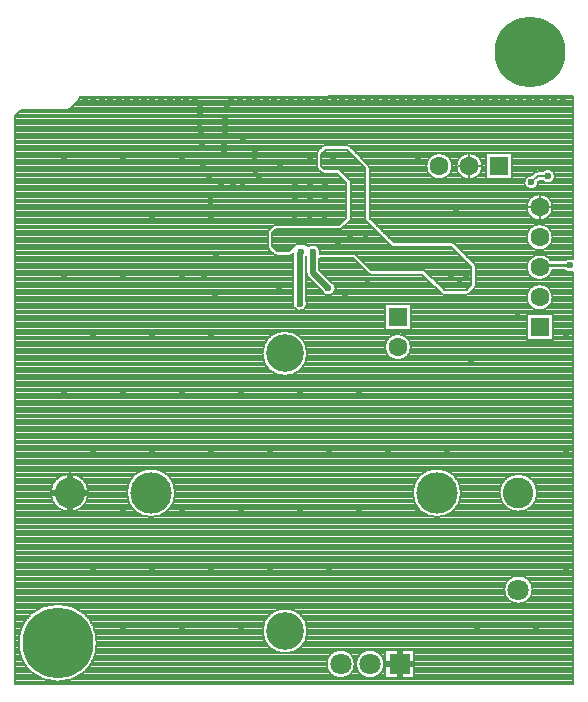
<source format=gbl>
G04*
G04 #@! TF.GenerationSoftware,Altium Limited,Altium Designer,18.1.9 (240)*
G04*
G04 Layer_Physical_Order=2*
G04 Layer_Color=16711680*
%FSLAX24Y24*%
%MOIN*%
G70*
G01*
G75*
%ADD12C,0.0098*%
%ADD13C,0.0079*%
%ADD19C,0.0197*%
%ADD66C,0.0630*%
%ADD67R,0.0630X0.0630*%
%ADD68R,0.0630X0.0630*%
%ADD69C,0.0709*%
%ADD70C,0.1378*%
%ADD71C,0.1024*%
%ADD72R,0.0709X0.0709*%
%ADD73C,0.2362*%
%ADD74C,0.1260*%
%ADD75C,0.0236*%
D12*
X9675Y13730D02*
Y14567D01*
X17638Y14051D02*
X17701Y14114D01*
X18642D01*
D13*
X18150Y17087D02*
G03*
X17737Y17244I-236J0D01*
G01*
Y16929D02*
G03*
X18150Y17087I176J157D01*
G01*
X17569Y17244D02*
G03*
X17458Y17198I0J-157D01*
G01*
X17569Y17244D02*
G03*
X17457Y17198I0J-157D01*
G01*
X17375Y17116D02*
G03*
X17598Y16880I-13J-236D01*
G01*
X18071Y16051D02*
G03*
X18071Y16051I-433J0D01*
G01*
X18740Y14329D02*
G03*
X18475Y14281I-98J-215D01*
G01*
Y13947D02*
G03*
X18740Y13899I167J167D01*
G01*
X18071Y15051D02*
G03*
X18071Y15051I-433J0D01*
G01*
X15728Y17421D02*
G03*
X15728Y17421I-433J0D01*
G01*
X14728D02*
G03*
X14728Y17421I-433J0D01*
G01*
X11312Y18084D02*
G03*
X11201Y18130I-111J-111D01*
G01*
X11312Y18084D02*
G03*
X11201Y18130I-112J-111D01*
G01*
X10502D02*
G03*
X10391Y18084I0J-157D01*
G01*
X10502Y18130D02*
G03*
X10390Y18084I0J-157D01*
G01*
X10253Y17946D02*
G03*
X10207Y17835I111J-112D01*
G01*
X10253Y17946D02*
G03*
X10207Y17835I111J-111D01*
G01*
X11968Y17362D02*
G03*
X11922Y17474I-157J0D01*
G01*
X11968Y17362D02*
G03*
X11922Y17474I-157J0D01*
G01*
X10207Y17421D02*
G03*
X10253Y17310I157J0D01*
G01*
X10341Y17222D02*
G03*
X10453Y17175I112J111D01*
G01*
X10207Y17421D02*
G03*
X10253Y17310I157J0D01*
G01*
X15512Y14065D02*
G03*
X15465Y14177I-157J0D01*
G01*
X14806Y14836D02*
G03*
X14695Y14882I-111J-111D01*
G01*
X14806Y14836D02*
G03*
X14695Y14882I-112J-111D01*
G01*
X15512Y14065D02*
G03*
X15466Y14176I-157J0D01*
G01*
X10341Y17221D02*
G03*
X10453Y17175I111J111D01*
G01*
X11916Y13855D02*
G03*
X12028Y13809I112J111D01*
G01*
X11916Y13855D02*
G03*
X12028Y13809I111J111D01*
G01*
X9862Y13868D02*
G03*
X9926Y13715I217J0D01*
G01*
X18005Y14281D02*
G03*
X18058Y13947I-367J-230D01*
G01*
X18071Y13051D02*
G03*
X18071Y13051I-433J0D01*
G01*
X17559Y6535D02*
G03*
X17559Y6535I-630J0D01*
G01*
X17402Y3307D02*
G03*
X17402Y3307I-472J0D01*
G01*
D02*
G03*
X17402Y3307I-472J0D01*
G01*
X15466Y13343D02*
G03*
X15512Y13455I-111J111D01*
G01*
X15465Y13343D02*
G03*
X15512Y13455I-111J112D01*
G01*
X14377Y13166D02*
G03*
X14488Y13120I112J111D01*
G01*
X15177D02*
G03*
X15289Y13166I0J157D01*
G01*
X15177Y13120D02*
G03*
X15289Y13166I0J157D01*
G01*
X14377D02*
G03*
X14488Y13120I111J111D01*
G01*
X15020Y6535D02*
G03*
X15020Y6535I-807J0D01*
G01*
D02*
G03*
X15020Y6535I-807J0D01*
G01*
X10837Y13346D02*
G03*
X10687Y13566I-236J0D01*
G01*
X10381Y13260D02*
G03*
X10837Y13346I220J86D01*
G01*
X13346Y11392D02*
G03*
X13346Y11392I-433J0D01*
G01*
X12461Y827D02*
G03*
X12461Y827I-472J0D01*
G01*
X11476D02*
G03*
X11476Y827I-472J0D01*
G01*
X8858Y15472D02*
G03*
X8747Y15426I0J-157D01*
G01*
X8858Y15472D02*
G03*
X8747Y15426I0J-157D01*
G01*
X8619Y15298D02*
G03*
X8573Y15187I111J-111D01*
G01*
X8619Y15299D02*
G03*
X8573Y15187I111J-112D01*
G01*
X2277Y19623D02*
G03*
X2323Y19734I-111J111D01*
G01*
X2277Y19623D02*
G03*
X2323Y19734I-111J112D01*
G01*
X1890Y19301D02*
G03*
X2001Y19347I0J157D01*
G01*
X1890Y19301D02*
G03*
X2001Y19347I0J157D01*
G01*
X9291Y14439D02*
G03*
X9403Y14485I0J157D01*
G01*
X9291Y14439D02*
G03*
X9403Y14485I0J157D01*
G01*
X8573Y14754D02*
G03*
X8619Y14643I157J0D01*
G01*
X8573Y14754D02*
G03*
X8619Y14642I157J0D01*
G01*
X8776Y14485D02*
G03*
X8888Y14439I111J111D01*
G01*
X8776Y14485D02*
G03*
X8888Y14439I112J111D01*
G01*
X9862Y13868D02*
G03*
X9926Y13715I217J0D01*
G01*
X9882Y12835D02*
G03*
X9862Y12929I-236J0D01*
G01*
X9429D02*
G03*
X9882Y12835I217J-94D01*
G01*
X9892Y11181D02*
G03*
X9892Y11181I-748J0D01*
G01*
D02*
G03*
X9892Y11181I-748J0D01*
G01*
X5492Y6535D02*
G03*
X5492Y6535I-807J0D01*
G01*
D02*
G03*
X5492Y6535I-807J0D01*
G01*
X9900Y1929D02*
G03*
X9900Y1929I-748J0D01*
G01*
D02*
G03*
X9900Y1929I-748J0D01*
G01*
X2598Y6535D02*
G03*
X2598Y6535I-630J0D01*
G01*
X2874Y1535D02*
G03*
X2874Y1535I-1299J0D01*
G01*
X10315Y14567D02*
G03*
X9922Y14744I-236J0D01*
G01*
X10307Y14508D02*
G03*
X10315Y14567I-229J59D01*
G01*
X18090Y17244D02*
X18740D01*
X18136Y17165D02*
X18740D01*
X17919Y17323D02*
X18740D01*
X18150Y17087D02*
X18740D01*
X18136Y17008D02*
X18740D01*
X18089Y16929D02*
X18740D01*
X17569Y17244D02*
X17737D01*
X17634Y16929D02*
X17737D01*
X17634Y16929D02*
X17737D01*
X17598Y16893D02*
X17634Y16929D01*
X17597Y16850D02*
X18740D01*
X17790Y16457D02*
X18740D01*
X17572Y16772D02*
X18740D01*
X17506Y16693D02*
X18740D01*
X17993Y16299D02*
X18740D01*
X18036Y16220D02*
X18740D01*
X17922Y16378D02*
X18740D01*
X18061Y16142D02*
X18740D01*
Y14329D02*
Y19754D01*
X17638Y16051D02*
Y16445D01*
X18071Y16063D02*
X18740D01*
X17638Y15657D02*
Y16051D01*
X18031D01*
X11443Y17953D02*
X18740D01*
X11522Y17874D02*
X18740D01*
X11277Y18110D02*
X18740D01*
X11365Y18031D02*
X18740D01*
X16728Y17716D02*
X18740D01*
X16728Y17638D02*
X18740D01*
X16728Y17795D02*
X18740D01*
X16728Y17480D02*
X18740D01*
X16728Y17401D02*
X18740D01*
X16728Y17559D02*
X18740D01*
X16728Y17323D02*
X17908D01*
X16728Y17244D02*
X17564D01*
X11968Y16614D02*
X18740D01*
X11968Y16535D02*
X18740D01*
X17244Y16051D02*
X17638D01*
X11968Y16457D02*
X17486D01*
X16728Y17165D02*
X17425D01*
X17375Y17116D02*
X17457Y17198D01*
X16728Y17087D02*
X17248D01*
X11968Y16299D02*
X17283D01*
X11968Y16220D02*
X17239D01*
X11968Y16378D02*
X17354D01*
X18046Y15197D02*
X18740D01*
X18066Y15118D02*
X18740D01*
X17947Y15354D02*
X18740D01*
X18008Y15276D02*
X18740D01*
X18071Y15039D02*
X18740D01*
X18061Y14961D02*
X18740D01*
X18036Y14882D02*
X18740D01*
X18066Y15984D02*
X18740D01*
X18046Y15905D02*
X18740D01*
X18008Y15827D02*
X18740D01*
X17947Y15748D02*
X18740D01*
X17842Y15433D02*
X18740D01*
X17842Y15669D02*
X18740D01*
X17993Y14803D02*
X18740D01*
X17922Y14724D02*
X18740D01*
X17790Y14646D02*
X18740D01*
X18025Y13858D02*
X18740D01*
X17881Y14409D02*
X18740D01*
X18005Y14281D02*
X18475D01*
X17969Y14331D02*
X18547D01*
X18058Y13947D02*
X18475D01*
X18056Y13937D02*
X18486D01*
X17975Y13779D02*
X18740D01*
X12073Y15590D02*
X18740D01*
X12152Y15512D02*
X18740D01*
X11968Y15748D02*
X17329D01*
X11994Y15669D02*
X17434D01*
X12309Y15354D02*
X17328D01*
X14918Y14724D02*
X17354D01*
X12231Y15433D02*
X17433D01*
X11968Y15827D02*
X17267D01*
X12388Y15276D02*
X17267D01*
X11968Y15905D02*
X17230D01*
X14700Y14882D02*
X17239D01*
X14839Y14803D02*
X17283D01*
X12467Y15197D02*
X17230D01*
X15075Y14567D02*
X18740D01*
X14996Y14646D02*
X17486D01*
X15233Y14409D02*
X17394D01*
X15512Y13701D02*
X17383D01*
X15154Y14488D02*
X18740D01*
X15390Y14252D02*
X17254D01*
X15469Y14173D02*
X17222D01*
X15311Y14331D02*
X17307D01*
X15512Y13858D02*
X17250D01*
X15512Y13779D02*
X17301D01*
X15512Y13937D02*
X17220D01*
X15862Y17854D02*
X16728D01*
X15670Y17638D02*
X15862D01*
X15514Y17795D02*
X15862D01*
X15612Y17716D02*
X15862D01*
X15706Y17559D02*
X15862D01*
X15724Y17480D02*
X15862D01*
X15295Y17421D02*
X15689D01*
X14612Y17716D02*
X14978D01*
X14670Y17638D02*
X14920D01*
X14514Y17795D02*
X15077D01*
X14724Y17480D02*
X14866D01*
X14902Y17421D02*
X15295D01*
X14706Y17559D02*
X14885D01*
X15862Y16988D02*
Y17854D01*
X16728Y16988D02*
Y17854D01*
X15728Y17401D02*
X15862D01*
X15717Y17323D02*
X15862D01*
X15690Y17244D02*
X15862D01*
X15295Y17421D02*
Y17815D01*
Y17028D02*
Y17421D01*
X14728Y17401D02*
X14863D01*
X14717Y17323D02*
X14874D01*
X14690Y17244D02*
X14900D01*
X11601Y17795D02*
X14077D01*
X11679Y17716D02*
X13978D01*
X11837Y17559D02*
X13885D01*
X11916Y17480D02*
X13866D01*
X11758Y17638D02*
X13920D01*
X10502Y18130D02*
X11201D01*
X10253Y17946D02*
X10390Y18084D01*
X11964Y17401D02*
X13863D01*
X11968Y17323D02*
X13874D01*
X11968Y17244D02*
X13900D01*
X11968Y15695D02*
Y17362D01*
X11312Y18084D02*
X11922Y17474D01*
X10207Y17421D02*
Y17835D01*
X10253Y17310D02*
X10341Y17222D01*
X16728Y17008D02*
X17164D01*
X15862Y16988D02*
X16728D01*
X11968Y16929D02*
X17131D01*
X11968Y16850D02*
X17128D01*
X11968Y16063D02*
X17205D01*
X11968Y15984D02*
X17210D01*
X11968Y16142D02*
X17214D01*
X15645Y17165D02*
X15862D01*
X15570Y17087D02*
X15862D01*
X14645Y17165D02*
X14946D01*
X14570Y17087D02*
X15020D01*
X15424Y17008D02*
X15862D01*
X14424D02*
X15166D01*
X12624Y15039D02*
X17205D01*
X12703Y14961D02*
X17214D01*
X12546Y15118D02*
X17210D01*
X15509Y14094D02*
X17207D01*
X15512Y14016D02*
X17206D01*
X12782Y14882D02*
X14695D01*
X14806Y14836D02*
X15465Y14177D01*
X12028Y13809D02*
X13734D01*
X11968Y17008D02*
X14166D01*
X11968Y16772D02*
X17152D01*
X11968Y17165D02*
X13946D01*
X11968Y17087D02*
X14020D01*
X11968Y16693D02*
X17218D01*
X11968Y15695D02*
X12782Y14882D01*
X10295Y14331D02*
X11441D01*
X10453Y17175D02*
X10880D01*
X11191Y16864D01*
Y15705D02*
Y16864D01*
X10958Y15472D02*
X11191Y15705D01*
X10307Y14350D02*
X11421D01*
X10395Y13858D02*
X11913D01*
X11421Y14350D02*
X11916Y13855D01*
X10316Y13937D02*
X11834D01*
X10474Y13779D02*
X13764D01*
X10295Y14252D02*
X11519D01*
X10295Y14173D02*
X11598D01*
X10295Y13958D02*
Y14351D01*
Y14094D02*
X11677D01*
X10295Y14016D02*
X11756D01*
X18070Y13071D02*
X18740D01*
X18067Y12992D02*
X18740D01*
X18060Y13150D02*
X18740D01*
X18048Y12913D02*
X18740D01*
X18013Y12835D02*
X18740D01*
X17955Y12756D02*
X18740D01*
X17856Y12677D02*
X18740D01*
X17892Y13701D02*
X18740D01*
X17767Y13464D02*
X18740D01*
X17696Y13622D02*
X18740D01*
X17987Y13307D02*
X18740D01*
X18033Y13228D02*
X18740D01*
X17913Y13386D02*
X18740D01*
X18071Y12283D02*
X18740D01*
X18071Y12205D02*
X18740D01*
X18071Y12441D02*
X18740D01*
X18071Y12362D02*
X18740D01*
X18071Y12047D02*
X18740D01*
X18071Y11968D02*
X18740D01*
X18071Y12126D02*
X18740D01*
X18071Y11618D02*
Y12484D01*
X18740Y157D02*
Y13899D01*
X18071Y11890D02*
X18740D01*
X18071Y11732D02*
X18740D01*
X18071Y11653D02*
X18740D01*
X18071Y11811D02*
X18740D01*
X15512Y13543D02*
X18740D01*
X13346Y12598D02*
X18740D01*
X17205Y12484D02*
X18071D01*
X17205Y11618D02*
X18071D01*
X13346Y12520D02*
X18740D01*
X15512Y13622D02*
X17580D01*
X15512Y13464D02*
X17508D01*
X15496Y13386D02*
X17363D01*
X15429Y13307D02*
X17288D01*
X13346Y12756D02*
X17321D01*
X13346Y12677D02*
X17420D01*
X13334Y11496D02*
X18740D01*
X13346Y11417D02*
X18740D01*
X13306Y11575D02*
X18740D01*
X13343Y11339D02*
X18740D01*
X13326Y11260D02*
X18740D01*
X13292Y11181D02*
X18740D01*
X13236Y11102D02*
X18740D01*
X14390Y7323D02*
X18740D01*
X13141Y11024D02*
X18740D01*
X16937Y7165D02*
X18740D01*
X14599Y7244D02*
X18740D01*
X17554Y6614D02*
X18740D01*
X17559Y6535D02*
X18740D01*
X17554Y6457D02*
X18740D01*
X17539Y6378D02*
X18740D01*
X17513Y6299D02*
X18740D01*
X17475Y6220D02*
X18740D01*
X17421Y6142D02*
X18740D01*
X17346Y7008D02*
X18740D01*
X17421Y6929D02*
X18740D01*
X17234Y7087D02*
X18740D01*
X17513Y6772D02*
X18740D01*
X17539Y6693D02*
X18740D01*
X17475Y6850D02*
X18740D01*
X17395Y3386D02*
X18740D01*
X17402Y3307D02*
X18740D01*
X17395Y3228D02*
X18740D01*
X17375Y3150D02*
X18740D01*
X17338Y3071D02*
X18740D01*
X17281Y2992D02*
X18740D01*
X17346Y6063D02*
X18740D01*
X17234Y5984D02*
X18740D01*
X17190Y3701D02*
X18740D01*
X17338Y3543D02*
X18740D01*
X17375Y3465D02*
X18740D01*
X17281Y3622D02*
X18740D01*
X14717Y5905D02*
X18740D01*
X16936Y3779D02*
X18740D01*
X14599Y5827D02*
X18740D01*
X14390Y5748D02*
X18740D01*
X17190Y2913D02*
X18740D01*
X9890Y1811D02*
X18740D01*
X9873Y2126D02*
X18740D01*
X9890Y2047D02*
X18740D01*
X9899Y1968D02*
X18740D01*
X9899Y1890D02*
X18740D01*
X9873Y1732D02*
X18740D01*
X13445Y709D02*
X18740D01*
X13445Y630D02*
X18740D01*
X13445Y787D02*
X18740D01*
X13445Y472D02*
X18740D01*
X13445Y394D02*
X18740D01*
X13445Y551D02*
X18740D01*
X13445Y1181D02*
X18740D01*
X13445Y1102D02*
X18740D01*
X13445Y1260D02*
X18740D01*
X13445Y945D02*
X18740D01*
X13445Y866D02*
X18740D01*
X13445Y1024D02*
X18740D01*
X15512Y13455D02*
Y14065D01*
X15289Y13166D02*
X15465Y13343D01*
X15351Y13228D02*
X17243D01*
X15269Y13150D02*
X17216D01*
X13346Y12441D02*
X17205D01*
X13734Y13809D02*
X14377Y13166D01*
X14488Y13120D02*
X15177D01*
X13346Y12283D02*
X17205D01*
X13346Y12205D02*
X17205D01*
X13346Y12362D02*
X17205D01*
X13346Y12047D02*
X17205D01*
X13346Y11968D02*
X17205D01*
X13346Y12126D02*
X17205D01*
X13346Y11959D02*
Y12825D01*
X17205Y11618D02*
Y12484D01*
X13181Y11732D02*
X17205D01*
X13258Y11653D02*
X17205D01*
X10833Y13386D02*
X14157D01*
X10833Y13307D02*
X14236D01*
X10731Y13543D02*
X14000D01*
X10805Y13464D02*
X14079D01*
X10805Y13228D02*
X14315D01*
X10731Y13150D02*
X14396D01*
X9868Y12913D02*
X17227D01*
X10552Y13701D02*
X13842D01*
X10295Y13958D02*
X10687Y13566D01*
X9926Y13715D02*
X10381Y13260D01*
X10631Y13622D02*
X13921D01*
X12480Y12825D02*
X13346D01*
X12480Y11959D02*
X13346D01*
X9882Y12835D02*
X17263D01*
X13022Y11811D02*
X17205D01*
X9875Y11024D02*
X12685D01*
X12480Y11959D02*
Y12825D01*
X9875Y11339D02*
X12484D01*
X9868Y12756D02*
X12480D01*
X9888Y11260D02*
X12501D01*
X9892Y11181D02*
X12535D01*
X9888Y11102D02*
X12591D01*
X14867Y7008D02*
X16512D01*
X14917Y6929D02*
X16437D01*
X14717Y7165D02*
X16921D01*
X14802Y7087D02*
X16624D01*
X14956Y6850D02*
X16384D01*
X14984Y6299D02*
X16345D01*
X14956Y6220D02*
X16384D01*
X15004Y6693D02*
X16319D01*
X15016Y6614D02*
X16304D01*
X14984Y6772D02*
X16345D01*
X15020Y6535D02*
X16299D01*
X15016Y6457D02*
X16304D01*
X15004Y6378D02*
X16319D01*
X14917Y6142D02*
X16437D01*
X14867Y6063D02*
X16513D01*
X14802Y5984D02*
X16624D01*
X12500Y1299D02*
X13445D01*
X12500Y354D02*
X13445D01*
Y1299D01*
X12500Y354D02*
Y1299D01*
X12459Y866D02*
X12500D01*
X12301Y1181D02*
X12500D01*
X12372Y1102D02*
X12500D01*
X11193Y1260D02*
X11799D01*
X12177D02*
X12500D01*
X12446Y945D02*
X12500D01*
X12459Y787D02*
X12500D01*
X12418Y1024D02*
X12500D01*
X11388Y1102D02*
X11604D01*
X11433Y1024D02*
X11559D01*
X11316Y1181D02*
X11676D01*
X11475Y866D02*
X11517D01*
X11475Y787D02*
X11517D01*
X11461Y945D02*
X11531D01*
X12446Y709D02*
X12500D01*
X12418Y630D02*
X12500D01*
X12372Y551D02*
X12500D01*
X12301Y472D02*
X12500D01*
X12177Y394D02*
X12500D01*
X11461Y709D02*
X11531D01*
X11433Y630D02*
X11559D01*
X11388Y551D02*
X11604D01*
X11316Y472D02*
X11676D01*
X11193Y394D02*
X11799D01*
X351Y19291D02*
X18740D01*
X272Y19213D02*
X18740D01*
X193Y19134D02*
X18740D01*
X157Y19055D02*
X18740D01*
X157Y18898D02*
X18740D01*
X157Y18819D02*
X18740D01*
X157Y18976D02*
X18740D01*
X2323Y19734D02*
X18740Y19754D01*
X2315Y19685D02*
X18740D01*
X2260Y19606D02*
X18740D01*
X2181Y19527D02*
X18740D01*
X2103Y19449D02*
X18740D01*
X2024Y19370D02*
X18740D01*
X157Y18425D02*
X18740D01*
X157Y18346D02*
X18740D01*
X157Y18583D02*
X18740D01*
X157Y18504D02*
X18740D01*
X157Y18189D02*
X18740D01*
X9862Y13071D02*
X17205D01*
X157Y18268D02*
X18740D01*
X157Y18031D02*
X10338D01*
X8858Y15472D02*
X10958D01*
X157Y18110D02*
X10426D01*
X9862Y13228D02*
X10396D01*
X9862Y13150D02*
X10470D01*
X9862Y13307D02*
X10334D01*
X157Y16850D02*
X11191D01*
X157Y16772D02*
X11191D01*
X157Y18740D02*
X18740D01*
X157Y18661D02*
X18740D01*
X157Y16535D02*
X11191D01*
X157Y16457D02*
X11191D01*
X157Y16693D02*
X11191D01*
X157Y17165D02*
X10890D01*
X157Y17087D02*
X10968D01*
X157Y17244D02*
X10319D01*
X157Y16929D02*
X11126D01*
X157Y16614D02*
X11191D01*
X157Y17008D02*
X11047D01*
X157Y16299D02*
X11191D01*
X157Y16220D02*
X11191D01*
X157Y16378D02*
X11191D01*
X157Y16063D02*
X11191D01*
X157Y15984D02*
X11191D01*
X157Y16142D02*
X11191D01*
X157Y15827D02*
X11191D01*
X157Y15748D02*
X11191D01*
X157Y15905D02*
X11191D01*
X157Y15590D02*
X11076D01*
X157Y15512D02*
X10998D01*
X157Y15669D02*
X11155D01*
X9862Y12992D02*
X17209D01*
X9649Y11732D02*
X12646D01*
X9383Y11890D02*
X17205D01*
X9547Y11811D02*
X12805D01*
X9780Y11575D02*
X12521D01*
X9822Y11496D02*
X12493D01*
X9724Y11653D02*
X12568D01*
X9822Y12677D02*
X12480D01*
X9646Y12598D02*
X12480D01*
X157Y12126D02*
X12480D01*
X157Y11968D02*
X12480D01*
X9853Y11417D02*
X12481D01*
X157Y12047D02*
X12480D01*
X9383Y10472D02*
X18740D01*
X157Y9055D02*
X18740D01*
X157Y8976D02*
X18740D01*
X157Y8819D02*
X18740D01*
X157Y8740D02*
X18740D01*
X157Y8898D02*
X18740D01*
X9853Y10945D02*
X18740D01*
X9822Y10866D02*
X18740D01*
X9780Y10787D02*
X18740D01*
X9724Y10709D02*
X18740D01*
X9649Y10630D02*
X18740D01*
X9547Y10551D02*
X18740D01*
X157Y10157D02*
X18740D01*
X157Y10079D02*
X18740D01*
X157Y10315D02*
X18740D01*
X157Y10236D02*
X18740D01*
X157Y9921D02*
X18740D01*
X157Y9842D02*
X18740D01*
X157Y10000D02*
X18740D01*
X157Y12441D02*
X12480D01*
X157Y12362D02*
X12480D01*
X157Y12520D02*
X12480D01*
X157Y12205D02*
X12480D01*
X157Y10394D02*
X18740D01*
X157Y12283D02*
X12480D01*
X157Y9213D02*
X18740D01*
X157Y9134D02*
X18740D01*
X157Y9291D02*
X18740D01*
X157Y8583D02*
X18740D01*
X157Y8504D02*
X18740D01*
X157Y8661D02*
X18740D01*
X157Y9685D02*
X18740D01*
X157Y9606D02*
X18740D01*
X157Y9764D02*
X18740D01*
X157Y9449D02*
X18740D01*
X157Y9370D02*
X18740D01*
X157Y9528D02*
X18740D01*
X157Y17323D02*
X10241D01*
X8619Y15299D02*
X8747Y15426D01*
X8573Y14754D02*
Y15187D01*
X2001Y19347D02*
X2277Y19623D01*
X361Y19301D02*
X1890D01*
X9403Y14485D02*
X9429Y14512D01*
Y12929D02*
Y14512D01*
X9862Y13868D02*
Y14423D01*
X9862Y12929D02*
Y14423D01*
X8619Y14642D02*
X8776Y14485D01*
X8888Y14439D02*
X9291D01*
X157Y17795D02*
X10207D01*
X157Y17716D02*
X10207D01*
X157Y17953D02*
X10259D01*
X157Y17874D02*
X10212D01*
X157Y17559D02*
X10207D01*
X157Y17401D02*
X10208D01*
X157Y17638D02*
X10207D01*
X157Y17480D02*
X10207D01*
X157Y15433D02*
X8754D01*
X157Y19098D02*
X361Y19301D01*
X157Y15276D02*
X8600D01*
X157Y15197D02*
X8573D01*
X157Y15354D02*
X8675D01*
X157Y14567D02*
X8695D01*
X157Y14488D02*
X8773D01*
X157Y14646D02*
X8616D01*
X157Y14331D02*
X9429D01*
X157Y14252D02*
X9429D01*
X157Y14409D02*
X9429D01*
X157Y15039D02*
X8573D01*
X157Y14961D02*
X8573D01*
X157Y15118D02*
X8573D01*
X157Y14803D02*
X8573D01*
X157Y14724D02*
X8576D01*
X157Y14882D02*
X8573D01*
X157Y14173D02*
X9429D01*
X157Y13937D02*
X9429D01*
X157Y13858D02*
X9429D01*
X9862Y13622D02*
X10019D01*
X9862Y13543D02*
X10097D01*
X9862Y13701D02*
X9940D01*
X157Y13779D02*
X9429D01*
X157Y13701D02*
X9429D01*
X157Y14094D02*
X9429D01*
X157Y13543D02*
X9429D01*
X157Y13464D02*
X9429D01*
X157Y13622D02*
X9429D01*
X9862Y13386D02*
X10255D01*
X9862Y13464D02*
X10176D01*
X157Y13307D02*
X9429D01*
X157Y13228D02*
X9429D01*
X157Y13386D02*
X9429D01*
X157Y13071D02*
X9429D01*
X157Y12992D02*
X9429D01*
X157Y13150D02*
X9429D01*
X157Y12835D02*
X9409D01*
X157Y12756D02*
X9423D01*
X157Y14016D02*
X9429D01*
X157Y12913D02*
X9423D01*
X157Y12598D02*
X9646D01*
X157Y11890D02*
X8904D01*
X157Y12677D02*
X9470D01*
X157Y11732D02*
X8638D01*
X157Y11653D02*
X8564D01*
X157Y11811D02*
X8740D01*
X157Y11496D02*
X8465D01*
X157Y11417D02*
X8434D01*
X157Y11575D02*
X8508D01*
X157Y10787D02*
X8508D01*
X157Y10709D02*
X8564D01*
X157Y10866D02*
X8465D01*
X157Y10551D02*
X8740D01*
X157Y10472D02*
X8904D01*
X157Y10630D02*
X8638D01*
X157Y11260D02*
X8400D01*
X157Y11181D02*
X8396D01*
X157Y11339D02*
X8412D01*
X157Y11024D02*
X8412D01*
X157Y10945D02*
X8434D01*
X157Y11102D02*
X8400D01*
X157Y8110D02*
X18740D01*
X157Y7402D02*
X18740D01*
X157Y8268D02*
X18740D01*
X157Y8189D02*
X18740D01*
X5071Y7244D02*
X13826D01*
X5190Y7165D02*
X13708D01*
X4862Y7323D02*
X14035D01*
X5339Y7008D02*
X13558D01*
X5390Y6929D02*
X13508D01*
X5275Y7087D02*
X13623D01*
X5457Y6772D02*
X13441D01*
X5477Y6693D02*
X13421D01*
X5428Y6850D02*
X13469D01*
X5390Y6142D02*
X13508D01*
X5339Y6063D02*
X13558D01*
X5275Y5984D02*
X13623D01*
X5190Y5905D02*
X13708D01*
X5071Y5827D02*
X13826D01*
X4862Y5748D02*
X14036D01*
X5488Y6614D02*
X13409D01*
X5492Y6535D02*
X13406D01*
X5488Y6457D02*
X13409D01*
X5477Y6378D02*
X13421D01*
X5457Y6299D02*
X13441D01*
X5428Y6220D02*
X13470D01*
X157Y7559D02*
X18740D01*
X157Y7480D02*
X18740D01*
X157Y7716D02*
X18740D01*
X157Y7638D02*
X18740D01*
X157Y5591D02*
X18740D01*
X157Y5512D02*
X18740D01*
X157Y5669D02*
X18740D01*
X157Y8346D02*
X18740D01*
X157Y8031D02*
X18740D01*
X157Y8425D02*
X18740D01*
X157Y7874D02*
X18740D01*
X157Y7795D02*
X18740D01*
X157Y7953D02*
X18740D01*
X157Y4882D02*
X18740D01*
X157Y4803D02*
X18740D01*
X157Y4961D02*
X18740D01*
X157Y4646D02*
X18740D01*
X157Y4567D02*
X18740D01*
X157Y4724D02*
X18740D01*
X157Y5354D02*
X18740D01*
X157Y5276D02*
X18740D01*
X157Y5433D02*
X18740D01*
X157Y5118D02*
X18740D01*
X157Y5039D02*
X18740D01*
X157Y5197D02*
X18740D01*
X9847Y2205D02*
X18740D01*
X9847Y1654D02*
X18740D01*
X9811Y2283D02*
X18740D01*
X9811Y1575D02*
X18740D01*
X9762Y1496D02*
X18740D01*
X9697Y1417D02*
X18740D01*
X9611Y1339D02*
X18740D01*
X9160Y2677D02*
X18740D01*
X9486Y2598D02*
X18740D01*
X2020Y2756D02*
X18740D01*
X9697Y2441D02*
X18740D01*
X9762Y2362D02*
X18740D01*
X9611Y2520D02*
X18740D01*
X9486Y1260D02*
X10815D01*
X2825Y1181D02*
X10691D01*
X2800Y1102D02*
X10620D01*
X2423Y551D02*
X10620D01*
X2322Y472D02*
X10691D01*
X2195Y394D02*
X10815D01*
X2769Y1024D02*
X10574D01*
X2732Y945D02*
X10546D01*
X2688Y866D02*
X10533D01*
X2637Y787D02*
X10533D01*
X2577Y709D02*
X10547D01*
X2506Y630D02*
X10574D01*
X157Y4331D02*
X18740D01*
X157Y4252D02*
X18740D01*
X157Y4488D02*
X18740D01*
X157Y4409D02*
X18740D01*
X157Y4094D02*
X18740D01*
X157Y4016D02*
X18740D01*
X157Y4173D02*
X18740D01*
X157Y3858D02*
X18740D01*
X157Y3779D02*
X16922D01*
X157Y3937D02*
X18740D01*
X157Y3622D02*
X16577D01*
X157Y3543D02*
X16520D01*
X157Y3701D02*
X16668D01*
X157Y2913D02*
X16668D01*
X1586Y2835D02*
X18740D01*
X157Y2992D02*
X16577D01*
X2020Y315D02*
X18740D01*
X157Y236D02*
X18740D01*
X157Y157D02*
X18740D01*
X157Y3386D02*
X16463D01*
X157Y3307D02*
X16457D01*
X157Y3465D02*
X16484D01*
X157Y3150D02*
X16484D01*
X157Y3071D02*
X16520D01*
X157Y3228D02*
X16463D01*
X2385Y7008D02*
X4031D01*
X2460Y6929D02*
X3980D01*
X1977Y7165D02*
X4180D01*
X2274Y7087D02*
X4095D01*
X2552Y6772D02*
X3913D01*
X2578Y6693D02*
X3893D01*
X2514Y6850D02*
X3942D01*
X2593Y6614D02*
X3882D01*
X2598Y6535D02*
X3878D01*
X2593Y6457D02*
X3882D01*
X2385Y6063D02*
X4031D01*
X2273Y5984D02*
X4096D01*
X2578Y6378D02*
X3893D01*
X2552Y6299D02*
X3913D01*
X2514Y6220D02*
X3942D01*
X2460Y6142D02*
X3981D01*
X157Y7165D02*
X1960D01*
X157Y7087D02*
X1663D01*
X157Y7323D02*
X4508D01*
X157Y7244D02*
X4299D01*
X157Y6929D02*
X1477D01*
X157Y6850D02*
X1423D01*
X157Y7008D02*
X1552D01*
X157Y6693D02*
X1359D01*
X157Y6614D02*
X1344D01*
X157Y6772D02*
X1385D01*
X157Y6457D02*
X1344D01*
X157Y6378D02*
X1359D01*
X157Y6535D02*
X1339D01*
X157Y5905D02*
X4181D01*
X157Y5827D02*
X4299D01*
X157Y5984D02*
X1664D01*
X157Y5748D02*
X4508D01*
X157Y2835D02*
X1564D01*
X157Y6299D02*
X1385D01*
X157Y6220D02*
X1423D01*
X157Y157D02*
Y19098D01*
Y6063D02*
X1552D01*
X157Y2756D02*
X1129D01*
X157Y6142D02*
X1477D01*
X2423Y2520D02*
X8693D01*
X2507Y2441D02*
X8606D01*
X2195Y2677D02*
X9144D01*
X2322Y2598D02*
X8818D01*
X2637Y2283D02*
X8493D01*
X2688Y2205D02*
X8456D01*
X2577Y2362D02*
X8542D01*
X157Y2598D02*
X828D01*
X157Y2520D02*
X727D01*
X157Y2677D02*
X955D01*
X157Y2283D02*
X513D01*
X2732Y2126D02*
X8430D01*
X157D02*
X418D01*
X2873Y1575D02*
X8493D01*
X2873Y1496D02*
X8542D01*
X2869Y1654D02*
X8456D01*
X2869Y1417D02*
X8606D01*
X2859Y1339D02*
X8693D01*
X2844Y1260D02*
X8818D01*
X2769Y2047D02*
X8413D01*
X2800Y1968D02*
X8405D01*
X157D02*
X350D01*
X2844Y1811D02*
X8413D01*
X2859Y1732D02*
X8430D01*
X2825Y1890D02*
X8405D01*
X157Y2205D02*
X461D01*
X157Y2047D02*
X381D01*
X157Y2441D02*
X643D01*
X157Y2362D02*
X573D01*
X157Y1811D02*
X305D01*
X157Y1260D02*
X305D01*
X157Y1890D02*
X325D01*
X157Y1654D02*
X281D01*
X157Y1575D02*
X276D01*
X157Y1732D02*
X291D01*
X157Y1417D02*
X281D01*
X157Y1339D02*
X291D01*
X157Y1496D02*
X276D01*
X157Y630D02*
X643D01*
X157Y551D02*
X727D01*
X157Y709D02*
X573D01*
X157Y394D02*
X955D01*
X157Y315D02*
X1129D01*
X157Y472D02*
X828D01*
X157Y1102D02*
X350D01*
X157Y1024D02*
X381D01*
X157Y1181D02*
X325D01*
X157Y866D02*
X461D01*
X157Y787D02*
X513D01*
X157Y945D02*
X418D01*
X11348Y16535D02*
X11811D01*
X11348Y16614D02*
X11811D01*
X11348Y16457D02*
X11811D01*
X11348Y16929D02*
X11811D01*
X11270Y17008D02*
X11811D01*
X11348Y16850D02*
X11811D01*
Y15630D02*
X12717Y14724D01*
X11348Y16299D02*
X11811D01*
X12717Y14724D02*
X14695D01*
X11299Y15590D02*
X11850D01*
X11348Y16378D02*
X11811D01*
X11220Y15512D02*
X11929D01*
X11348Y16772D02*
X11811D01*
X11348Y15640D02*
Y16929D01*
X11811Y15630D02*
Y17362D01*
X11348Y16220D02*
X11811D01*
X11348Y16693D02*
X11811D01*
X11348Y16142D02*
X11811D01*
X11348Y15748D02*
X11811D01*
X11348Y15827D02*
X11811D01*
X11348Y15669D02*
X11811D01*
X11348Y15984D02*
X11811D01*
X11348Y16063D02*
X11811D01*
X11348Y15905D02*
X11811D01*
X13908Y13858D02*
X15354D01*
X14695Y14724D02*
X15354Y14065D01*
Y13455D02*
Y14065D01*
X11978Y14016D02*
X15354D01*
X11900Y14094D02*
X15325D01*
X13829Y13937D02*
X15354D01*
X14301Y13464D02*
X15354D01*
X14223Y13543D02*
X15354D01*
X15177Y13278D02*
X15354Y13455D01*
X14065Y13701D02*
X15354D01*
X13986Y13779D02*
X15354D01*
X14144Y13622D02*
X15354D01*
X11742Y14252D02*
X15167D01*
X11663Y14331D02*
X15089D01*
X11821Y14173D02*
X15246D01*
X11585Y14409D02*
X15010D01*
X11506Y14488D02*
X14931D01*
X11486Y14508D02*
X12028Y13967D01*
X14380Y13386D02*
X15285D01*
X14459Y13307D02*
X15207D01*
X14488Y13278D02*
X15177D01*
X12028Y13967D02*
X13799D01*
X14488Y13278D01*
X11201Y17972D02*
X11811Y17362D01*
X10384Y17401D02*
X11772D01*
X10955Y17323D02*
X11811D01*
X10364Y17559D02*
X11614D01*
X10364Y17638D02*
X11536D01*
X10364Y17480D02*
X11693D01*
X11191Y17087D02*
X11811D01*
X11112Y17165D02*
X11811D01*
X11142Y15433D02*
X12008D01*
X11063Y15354D02*
X12087D01*
X11034Y17244D02*
X11811D01*
X8819Y15276D02*
X12165D01*
X10482Y17953D02*
X11221D01*
X10502Y17972D02*
X11201D01*
X10403Y17874D02*
X11299D01*
X10364Y17795D02*
X11378D01*
X10364Y17835D02*
X10502Y17972D01*
X10364Y17421D02*
Y17835D01*
X10945Y17333D02*
X11348Y16929D01*
X10453Y17333D02*
X10945D01*
X11024Y15315D02*
X11348Y15640D01*
X10364Y17716D02*
X11457D01*
X10364Y17421D02*
X10453Y17333D01*
X8858Y15315D02*
X11024D01*
X8730Y15118D02*
X12323D01*
X8740Y15197D02*
X12244D01*
X8730Y14961D02*
X12480D01*
X8730Y15039D02*
X12402D01*
X8730Y14882D02*
X12559D01*
X10315Y14567D02*
X14852D01*
X10307Y14508D02*
X11486D01*
X10255Y14724D02*
X14695D01*
X10084Y14803D02*
X12638D01*
X10301Y14646D02*
X14774D01*
X9843Y14823D02*
X9922Y14744D01*
X9518Y14823D02*
X9843D01*
X9291Y14596D02*
X9518Y14823D01*
X8730Y14803D02*
X9498D01*
X8730Y15187D02*
X8858Y15315D01*
X8730Y14754D02*
Y15187D01*
X9862Y14803D02*
X10073D01*
X8839Y14646D02*
X9340D01*
X8888Y14596D02*
X9291D01*
X8760Y14724D02*
X9419D01*
X8730Y14754D02*
X8888Y14596D01*
X17362Y16880D02*
X17569Y17087D01*
X17913D01*
D19*
X12972Y827D02*
X13406D01*
X12972D02*
Y1260D01*
X12539Y827D02*
X12972D01*
Y394D02*
Y827D01*
X1969Y6535D02*
Y7126D01*
Y6535D02*
X2559D01*
X1378D02*
X1969D01*
Y5945D02*
Y6535D01*
X10079Y13868D02*
X10600Y13346D01*
X10079Y13868D02*
Y14567D01*
X9646Y14537D02*
X9675Y14567D01*
X9646Y12835D02*
Y14537D01*
D66*
X12913Y11392D02*
D03*
X14295Y17421D02*
D03*
X15295D02*
D03*
X17638Y14051D02*
D03*
Y15051D02*
D03*
Y13051D02*
D03*
Y16051D02*
D03*
D67*
X12913Y12392D02*
D03*
X17638Y12051D02*
D03*
D68*
X16295Y17421D02*
D03*
D69*
X16929Y3307D02*
D03*
X11988Y827D02*
D03*
X11004D02*
D03*
D70*
X4685Y6535D02*
D03*
X14213D02*
D03*
D71*
X1969D02*
D03*
X16929D02*
D03*
D72*
X12972Y827D02*
D03*
D73*
X17323Y21220D02*
D03*
X1575Y1535D02*
D03*
D74*
X9152Y1929D02*
D03*
X9144Y11181D02*
D03*
D75*
X6841Y14478D02*
D03*
X6683Y16250D02*
D03*
X15315Y10384D02*
D03*
X15341Y10896D02*
D03*
X14537Y14094D02*
D03*
X16903Y11909D02*
D03*
X16919Y12382D02*
D03*
X8956Y13366D02*
D03*
X11929Y13494D02*
D03*
X11152Y13159D02*
D03*
X14852Y15896D02*
D03*
X12352Y17795D02*
D03*
X8268Y17037D02*
D03*
X8169Y17303D02*
D03*
X8150Y17589D02*
D03*
X8159Y17904D02*
D03*
X7736Y18327D02*
D03*
X7234Y17559D02*
D03*
X7106Y17884D02*
D03*
X7116Y18179D02*
D03*
X7146Y18484D02*
D03*
Y18770D02*
D03*
X7165Y19075D02*
D03*
X7205Y19360D02*
D03*
X6319Y19429D02*
D03*
Y19124D02*
D03*
X6329Y18848D02*
D03*
X6358Y18484D02*
D03*
X6388Y18150D02*
D03*
Y17785D02*
D03*
X6407Y17411D02*
D03*
X6624Y17047D02*
D03*
X7008Y16870D02*
D03*
X7402Y16791D02*
D03*
X7766Y16722D02*
D03*
X6437Y13780D02*
D03*
X6821Y13130D02*
D03*
X18504Y11811D02*
D03*
Y7874D02*
D03*
Y3937D02*
D03*
X17520Y1969D02*
D03*
X15551D02*
D03*
X13583Y17717D02*
D03*
X14567Y7874D02*
D03*
X13583Y5906D02*
D03*
X11614Y9843D02*
D03*
X12598Y7874D02*
D03*
X11614Y5906D02*
D03*
X9646Y9843D02*
D03*
X10630Y7874D02*
D03*
X9646Y5906D02*
D03*
X10630Y3937D02*
D03*
X7677Y9843D02*
D03*
X8661Y7874D02*
D03*
X7677Y5906D02*
D03*
X8661Y3937D02*
D03*
X7677Y1969D02*
D03*
X5709Y17717D02*
D03*
X6693Y15748D02*
D03*
X5709Y13780D02*
D03*
X6693Y11811D02*
D03*
X5709Y9843D02*
D03*
X6693Y7874D02*
D03*
X5709Y5906D02*
D03*
X6693Y3937D02*
D03*
X5709Y1969D02*
D03*
X3740Y17717D02*
D03*
X4724Y15748D02*
D03*
X3740Y13780D02*
D03*
X4724Y11811D02*
D03*
X3740Y9843D02*
D03*
X4724Y7874D02*
D03*
X3740Y5906D02*
D03*
X4724Y3937D02*
D03*
X3740Y1969D02*
D03*
X1772Y17717D02*
D03*
Y13780D02*
D03*
X2756Y11811D02*
D03*
X1772Y9843D02*
D03*
X2756Y7874D02*
D03*
Y3937D02*
D03*
X10600Y13346D02*
D03*
X10079Y14567D02*
D03*
X9646Y12835D02*
D03*
X9970Y17667D02*
D03*
X8986Y17490D02*
D03*
X11309Y15089D02*
D03*
X14685Y13740D02*
D03*
X15000Y13484D02*
D03*
X15197Y13780D02*
D03*
X14990Y14094D02*
D03*
X9980Y15797D02*
D03*
X10472D02*
D03*
X9488D02*
D03*
X9975Y16782D02*
D03*
X10468D02*
D03*
X9483D02*
D03*
X9488Y16289D02*
D03*
X10472D02*
D03*
X9980D02*
D03*
X10738Y17667D02*
D03*
X11850Y15167D02*
D03*
X10925Y14793D02*
D03*
X9152Y14961D02*
D03*
X9675Y14567D02*
D03*
X18642Y14114D02*
D03*
X17362Y16880D02*
D03*
X17913Y17087D02*
D03*
X7362Y19636D02*
D03*
X7667D02*
D03*
X2490Y19616D02*
D03*
X6152D02*
D03*
X5866D02*
D03*
X5591D02*
D03*
X4459D02*
D03*
X4734D02*
D03*
X5020D02*
D03*
X5305D02*
D03*
X3327D02*
D03*
X3602D02*
D03*
X3888D02*
D03*
X4173D02*
D03*
X3041D02*
D03*
X2766D02*
D03*
X8799Y19636D02*
D03*
X8514D02*
D03*
X8228D02*
D03*
X7953D02*
D03*
X9931D02*
D03*
X9646D02*
D03*
X9360D02*
D03*
X9085D02*
D03*
X10217D02*
D03*
X10492D02*
D03*
X11624D02*
D03*
X11339D02*
D03*
X11053D02*
D03*
X10778D02*
D03*
X12756D02*
D03*
X12470D02*
D03*
X12185D02*
D03*
X11909D02*
D03*
X13041D02*
D03*
X18130D02*
D03*
X18406D02*
D03*
X16998D02*
D03*
X17274D02*
D03*
X17559D02*
D03*
X17844D02*
D03*
X15866D02*
D03*
X16142D02*
D03*
X16427D02*
D03*
X16713D02*
D03*
X14734D02*
D03*
X15010D02*
D03*
X15295D02*
D03*
X15581D02*
D03*
X13602D02*
D03*
X13878D02*
D03*
X14163D02*
D03*
X14449D02*
D03*
X13317D02*
D03*
M02*

</source>
